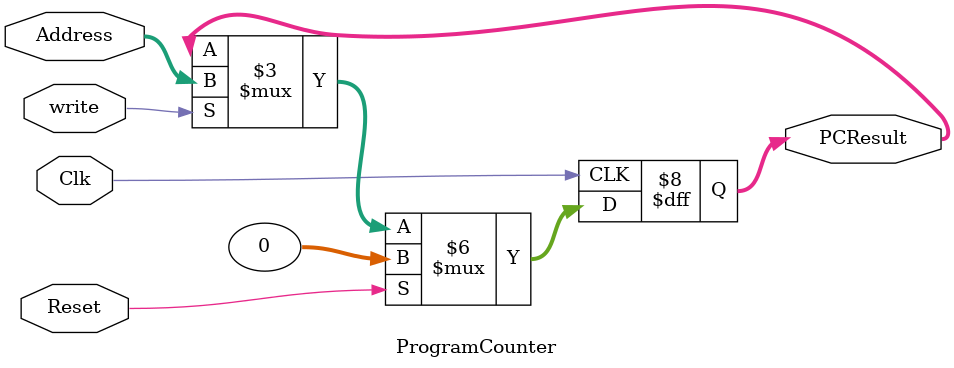
<source format=v>
`timescale 1ns / 1ps

module ProgramCounter(Address, PCResult, Reset, Clk, write);

	input [31:0] Address;
	input Reset, Clk, write;
	//output [31:0] debug_reg;
    //(* mark_debug = "true" *) wire [31:0] debug_reg;
	output reg [31:0] PCResult;
	
    always @(posedge Clk) begin
        if (Reset == 1) begin
            PCResult <= 0;
        end
    else begin
        if(write) begin
            PCResult <= Address;
        end
    end
    //assign debug_reg = Address;
    end

endmodule

</source>
